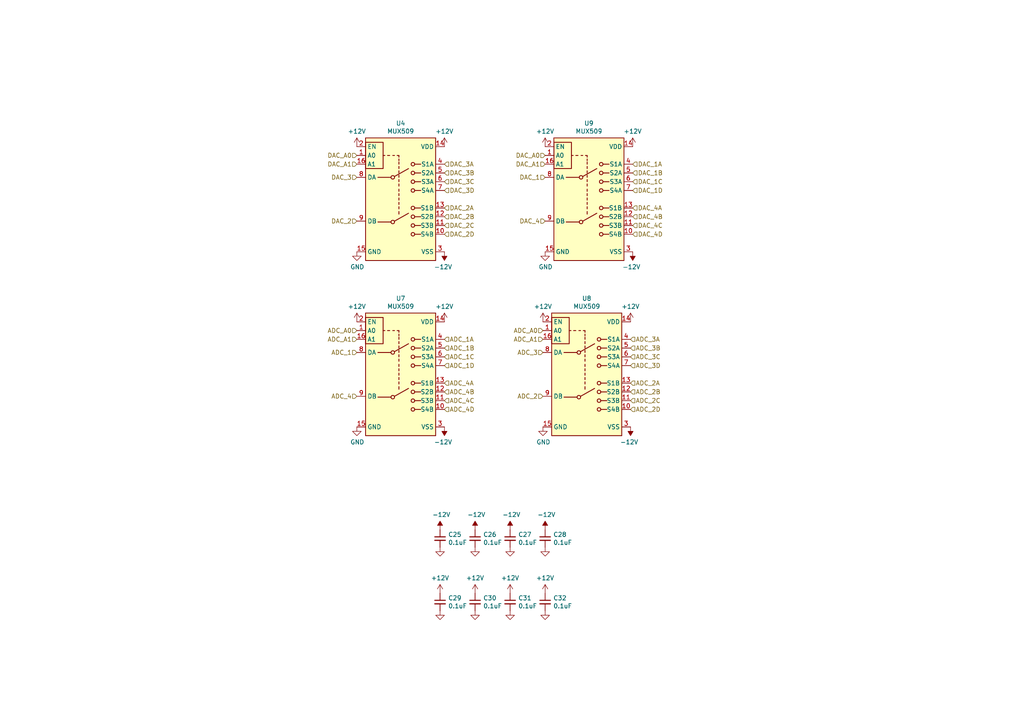
<source format=kicad_sch>
(kicad_sch (version 20211123) (generator eeschema)
  (paper "A4")
  (title_block (title "Hubble Motherboard") (date "2021-11-20") (rev "v2") (company "Winterbloom") (comment 1 "Alethea Flowers") (comment 2 "CERN-OHL-P V2") (comment 3 "hubble.wntr.dev"))
  (lib_symbols
    (symbol "Device:C_Small" (pin_numbers hide) (pin_names (offset 0.254) hide)
      (property "Reference" "C" (at 0.254 1.778 0))
      (property "Value" "C_Small" (at 0.254 -2.032 0))
      (symbol "C_Small_0_1"
        (polyline (pts (xy -1.524 -0.508) (xy 1.524 -0.508)) (stroke (width 0.3302)))
        (polyline (pts (xy -1.524 0.508) (xy 1.524 0.508)) (stroke (width 0.3048)))
      )
      (symbol "C_Small_1_1"
        (pin passive line (at 0 2.54 270) (length 2.032) (name "~") (number "1"))
        (pin passive line (at 0 -2.54 90) (length 2.032) (name "~") (number "2"))
      )
    )
    (symbol "power:+12V" (power) (pin_names (offset 0))
      (property "Value" "+12V" (at 0 3.556 0))
      (symbol "+12V_0_1"
        (polyline (pts (xy -0.762 1.27) (xy 0 2.54)))
        (polyline (pts (xy 0 0) (xy 0 2.54)))
        (polyline (pts (xy 0 2.54) (xy 0.762 1.27)))
      )
      (symbol "+12V_1_1"
        (pin power_in line (at 0 0 90) (length 0) hide (name "+12V") (number "1"))
      )
    )
    (symbol "power:-12V" (power) (pin_names (offset 0))
      (property "Value" "-12V" (at 0 3.81 0))
      (symbol "-12V_0_0"
        (pin power_in line (at 0 0 90) (length 0) hide (name "-12V") (number "1"))
      )
      (symbol "-12V_0_1"
        (polyline (pts (xy 0 0) (xy 0 1.27) (xy 0.762 1.27) (xy 0 2.54) (xy -0.762 1.27) (xy 0 1.27)) (fill (type outline)))
      )
    )
    (symbol "power:GND" (power) (pin_names (offset 0))
      (property "Value" "GND" (at 0 -3.81 0))
      (symbol "GND_0_1"
        (polyline (pts (xy 0 0) (xy 0 -1.27) (xy 1.27 -1.27) (xy 0 -2.54) (xy -1.27 -1.27) (xy 0 -1.27)))
      )
      (symbol "GND_1_1"
        (pin power_in line (at 0 0 270) (length 0) hide (name "GND") (number "1"))
      )
    )
    (symbol "winterbloom:MUX509"
      (property "Reference" "U" (at -10.16 19.05 0))
      (property "Value" "MUX509" (at 0 19.05 0))
      (symbol "MUX509_0_1"
        (rectangle (start -10.16 16.51) (end -5.08 8.89) (stroke (width 0.254)))
        (rectangle (start -10.16 17.78) (end 10.16 -17.78) (stroke (width 0.254)) (fill (type background)))
        (circle (center -2.286 -6.604) (radius 0.508) (stroke (width 0.254)))
        (circle (center -2.286 6.35) (radius 0.508) (stroke (width 0.254)))
        (polyline (pts (xy -4.572 12.7) (xy -5.08 12.7)) (stroke (width 0.254)))
        (polyline (pts (xy -3.81 12.7) (xy -3.175 12.7)) (stroke (width 0.254)))
        (polyline (pts (xy -2.921 6.35) (xy -6.604 6.35)) (stroke (width 0.254)))
        (polyline (pts (xy -2.794 -6.604) (xy -6.604 -6.604)) (stroke (width 0.254)))
        (polyline (pts (xy -1.778 -6.35) (xy 2.286 -4.064)) (stroke (width 0.254)))
        (polyline (pts (xy -1.778 6.604) (xy 2.286 8.89)) (stroke (width 0.254)))
        (polyline (pts (xy -1.778 12.7) (xy -2.286 12.7)) (stroke (width 0.254)))
        (polyline (pts (xy -0.508 -3.556) (xy -0.508 -4.318)) (stroke (width 0.254)))
        (polyline (pts (xy -0.508 -2.794) (xy -0.508 -2.159)) (stroke (width 0.254)))
        (polyline (pts (xy -0.508 -1.524) (xy -0.508 -0.889)) (stroke (width 0.254)))
        (polyline (pts (xy -0.508 -0.254) (xy -0.508 0.381)) (stroke (width 0.254)))
        (polyline (pts (xy -0.508 1.016) (xy -0.508 1.651)) (stroke (width 0.254)))
        (polyline (pts (xy -0.508 2.286) (xy -0.508 2.921)) (stroke (width 0.254)))
        (polyline (pts (xy -0.508 3.81) (xy -0.508 4.445)) (stroke (width 0.254)))
        (polyline (pts (xy -0.508 5.08) (xy -0.508 5.715)) (stroke (width 0.254)))
        (polyline (pts (xy -0.508 6.35) (xy -0.508 6.985)) (stroke (width 0.254)))
        (polyline (pts (xy -0.508 7.62) (xy -0.508 8.255)) (stroke (width 0.254)))
        (polyline (pts (xy -0.508 8.89) (xy -0.508 9.525)) (stroke (width 0.254)))
        (polyline (pts (xy -0.508 10.16) (xy -0.508 10.795)) (stroke (width 0.254)))
        (polyline (pts (xy -0.508 11.176) (xy -0.508 11.684)) (stroke (width 0.254)))
        (polyline (pts (xy -0.508 12.192) (xy -0.508 12.7)) (stroke (width 0.254)))
        (polyline (pts (xy -0.508 12.7) (xy -1.016 12.7)) (stroke (width 0.254)))
        (polyline (pts (xy 4.064 -10.16) (xy 5.842 -10.16)) (stroke (width 0.254)))
        (polyline (pts (xy 4.064 -7.62) (xy 5.842 -7.62)) (stroke (width 0.254)))
        (polyline (pts (xy 4.064 -5.08) (xy 5.842 -5.08)) (stroke (width 0.254)))
        (polyline (pts (xy 4.064 -2.54) (xy 5.842 -2.54)) (stroke (width 0.254)))
        (polyline (pts (xy 4.064 2.54) (xy 5.842 2.54)) (stroke (width 0.254)))
        (polyline (pts (xy 4.064 5.08) (xy 5.842 5.08)) (stroke (width 0.254)))
        (polyline (pts (xy 4.064 7.62) (xy 5.842 7.62)) (stroke (width 0.254)))
        (polyline (pts (xy 4.064 10.16) (xy 5.842 10.16)) (stroke (width 0.254)))
        (circle (center 3.556 -10.16) (radius 0.508) (stroke (width 0.254)))
        (circle (center 3.556 -7.62) (radius 0.508) (stroke (width 0.254)))
        (circle (center 3.556 -5.08) (radius 0.508) (stroke (width 0.254)))
        (circle (center 3.556 -2.54) (radius 0.508) (stroke (width 0.254)))
        (circle (center 3.556 2.54) (radius 0.508) (stroke (width 0.254)))
        (circle (center 3.556 5.08) (radius 0.508) (stroke (width 0.254)))
        (circle (center 3.556 7.62) (radius 0.508) (stroke (width 0.254)))
        (circle (center 3.556 10.16) (radius 0.508) (stroke (width 0.254)))
      )
      (symbol "MUX509_1_1"
        (pin input line (at -12.7 12.7 0) (length 2.54) (name "A0") (number "1"))
        (pin bidirectional line (at 12.7 -10.16 180) (length 2.54) (name "S4B") (number "10"))
        (pin bidirectional line (at 12.7 -7.62 180) (length 2.54) (name "S3B") (number "11"))
        (pin bidirectional line (at 12.7 -5.08 180) (length 2.54) (name "S2B") (number "12"))
        (pin bidirectional line (at 12.7 -2.54 180) (length 2.54) (name "S1B") (number "13"))
        (pin power_in line (at 12.7 15.24 180) (length 2.54) (name "VDD") (number "14"))
        (pin power_in line (at -12.7 -15.24 0) (length 2.54) (name "GND") (number "15"))
        (pin input line (at -12.7 10.16 0) (length 2.54) (name "A1") (number "16"))
        (pin input line (at -12.7 15.24 0) (length 2.54) (name "EN") (number "2"))
        (pin power_in line (at 12.7 -15.24 180) (length 2.54) (name "VSS") (number "3"))
        (pin bidirectional line (at 12.7 10.16 180) (length 2.54) (name "S1A") (number "4"))
        (pin bidirectional line (at 12.7 7.62 180) (length 2.54) (name "S2A") (number "5"))
        (pin bidirectional line (at 12.7 5.08 180) (length 2.54) (name "S3A") (number "6"))
        (pin bidirectional line (at 12.7 2.54 180) (length 2.54) (name "S4A") (number "7"))
        (pin bidirectional line (at -12.7 6.35 0) (length 2.54) (name "DA") (number "8"))
        (pin bidirectional line (at -12.7 -6.35 0) (length 2.54) (name "DB") (number "9"))
      )
    )
  )
  (hierarchical_label "DAC_A1" (shape input) (at 103.505 47.625 180))
  (hierarchical_label "DAC_1D" (shape input) (at 183.515 55.245 0))
  (hierarchical_label "DAC_4C" (shape input) (at 183.515 65.405 0))
  (hierarchical_label "DAC_2B" (shape input) (at 128.905 62.865 0))
  (hierarchical_label "ADC_3D" (shape input) (at 182.88 106.045 0))
  (hierarchical_label "ADC_1" (shape input) (at 103.505 102.235 180))
  (hierarchical_label "DAC_1A" (shape input) (at 183.515 47.625 0))
  (hierarchical_label "ADC_3C" (shape input) (at 182.88 103.505 0))
  (hierarchical_label "DAC_3C" (shape input) (at 128.905 52.705 0))
  (hierarchical_label "DAC_A1" (shape input) (at 158.115 47.625 180))
  (hierarchical_label "ADC_2C" (shape input) (at 182.88 116.205 0))
  (hierarchical_label "ADC_4" (shape input) (at 103.505 114.935 180))
  (hierarchical_label "DAC_1B" (shape input) (at 183.515 50.165 0))
  (hierarchical_label "DAC_4A" (shape input) (at 183.515 60.325 0))
  (hierarchical_label "ADC_4D" (shape input) (at 128.905 118.745 0))
  (hierarchical_label "ADC_A1" (shape input) (at 157.48 98.425 180))
  (hierarchical_label "ADC_A0" (shape input) (at 157.48 95.885 180))
  (hierarchical_label "ADC_2B" (shape input) (at 182.88 113.665 0))
  (hierarchical_label "DAC_4B" (shape input) (at 183.515 62.865 0))
  (hierarchical_label "DAC_1" (shape input) (at 158.115 51.435 180))
  (hierarchical_label "DAC_A0" (shape input) (at 158.115 45.085 180))
  (hierarchical_label "ADC_1B" (shape input) (at 128.905 100.965 0))
  (hierarchical_label "DAC_A0" (shape input) (at 103.505 45.085 180))
  (hierarchical_label "DAC_3" (shape input) (at 103.505 51.435 180))
  (hierarchical_label "ADC_2" (shape input) (at 157.48 114.935 180))
  (hierarchical_label "ADC_1A" (shape input) (at 128.905 98.425 0))
  (hierarchical_label "DAC_4D" (shape input) (at 183.515 67.945 0))
  (hierarchical_label "ADC_4C" (shape input) (at 128.905 116.205 0))
  (hierarchical_label "ADC_3A" (shape input) (at 182.88 98.425 0))
  (hierarchical_label "DAC_2A" (shape input) (at 128.905 60.325 0))
  (hierarchical_label "DAC_2D" (shape input) (at 128.905 67.945 0))
  (hierarchical_label "ADC_2D" (shape input) (at 182.88 118.745 0))
  (hierarchical_label "DAC_3B" (shape input) (at 128.905 50.165 0))
  (hierarchical_label "ADC_4A" (shape input) (at 128.905 111.125 0))
  (hierarchical_label "ADC_A0" (shape input) (at 103.505 95.885 180))
  (hierarchical_label "ADC_4B" (shape input) (at 128.905 113.665 0))
  (hierarchical_label "DAC_4" (shape input) (at 158.115 64.135 180))
  (hierarchical_label "DAC_2C" (shape input) (at 128.905 65.405 0))
  (hierarchical_label "DAC_3D" (shape input) (at 128.905 55.245 0))
  (hierarchical_label "DAC_3A" (shape input) (at 128.905 47.625 0))
  (hierarchical_label "ADC_1D" (shape input) (at 128.905 106.045 0))
  (hierarchical_label "ADC_3" (shape input) (at 157.48 102.235 180))
  (hierarchical_label "ADC_2A" (shape input) (at 182.88 111.125 0))
  (hierarchical_label "ADC_3B" (shape input) (at 182.88 100.965 0))
  (hierarchical_label "DAC_2" (shape input) (at 103.505 64.135 180))
  (hierarchical_label "ADC_1C" (shape input) (at 128.905 103.505 0))
  (hierarchical_label "DAC_1C" (shape input) (at 183.515 52.705 0))
  (hierarchical_label "ADC_A1" (shape input) (at 103.505 98.425 180))
  (symbol (lib_id "power:GND") (at 103.505 73.025 0)
    (property "Reference" "#PWR0182" (effects hide))
    (property "Value" "GND" (at 103.632 77.4192 0))
  )
  (symbol (lib_id "winterbloom:MUX509") (at 116.205 57.785 0)
    (property "Reference" "U4" (at 116.205 35.7632 0))
    (property "Value" "MUX509" (at 116.205 38.0746 0))
    (property "Footprint" "Package_SO:TSSOP-16_4.4x5mm_P0.65mm" (effects hide))
    (property "Datasheet" "https://www.ti.com/lit/ds/symlink/mux509.pdf" (effects hide))
  )
  (symbol (lib_id "power:-12V") (at 128.905 73.025 180)
    (property "Reference" "#PWR0183" (effects hide))
    (property "Value" "-12V" (at 128.524 77.4192 0))
  )
  (symbol (lib_id "power:+12V") (at 128.905 42.545 0)
    (property "Reference" "#PWR0184" (effects hide))
    (property "Value" "+12V" (at 128.905 38.1 0))
  )
  (symbol (lib_id "power:+12V") (at 103.505 42.545 0)
    (property "Reference" "#PWR0185" (effects hide))
    (property "Value" "+12V" (at 103.505 38.1 0))
  )
  (symbol (lib_id "power:GND") (at 158.115 73.025 0)
    (property "Reference" "#PWR0186" (effects hide))
    (property "Value" "GND" (at 158.242 77.4192 0))
  )
  (symbol (lib_id "winterbloom:MUX509") (at 170.815 57.785 0)
    (property "Reference" "U9" (at 170.815 35.7632 0))
    (property "Value" "MUX509" (at 170.815 38.0746 0))
    (property "Footprint" "Package_SO:TSSOP-16_4.4x5mm_P0.65mm" (effects hide))
    (property "Datasheet" "https://www.ti.com/lit/ds/symlink/mux509.pdf" (effects hide))
  )
  (symbol (lib_id "power:-12V") (at 183.515 73.025 180)
    (property "Reference" "#PWR0187" (effects hide))
    (property "Value" "-12V" (at 183.134 77.4192 0))
  )
  (symbol (lib_id "power:+12V") (at 183.515 42.545 0)
    (property "Reference" "#PWR0188" (effects hide))
    (property "Value" "+12V" (at 183.515 38.1 0))
  )
  (symbol (lib_id "power:+12V") (at 158.115 42.545 0)
    (property "Reference" "#PWR0189" (effects hide))
    (property "Value" "+12V" (at 158.115 38.1 0))
  )
  (symbol (lib_id "power:-12V") (at 128.905 123.825 180)
    (property "Reference" "#PWR0190" (effects hide))
    (property "Value" "-12V" (at 128.524 128.2192 0))
  )
  (symbol (lib_id "power:+12V") (at 128.905 93.345 0)
    (property "Reference" "#PWR0191" (effects hide))
    (property "Value" "+12V" (at 128.905 88.9 0))
  )
  (symbol (lib_id "power:GND") (at 103.505 123.825 0)
    (property "Reference" "#PWR0192" (effects hide))
    (property "Value" "GND" (at 103.632 128.2192 0))
  )
  (symbol (lib_id "power:+12V") (at 103.505 93.345 0)
    (property "Reference" "#PWR0193" (effects hide))
    (property "Value" "+12V" (at 103.505 88.9 0))
  )
  (symbol (lib_id "power:-12V") (at 182.88 123.825 180)
    (property "Reference" "#PWR0194" (effects hide))
    (property "Value" "-12V" (at 182.499 128.2192 0))
  )
  (symbol (lib_id "power:+12V") (at 182.88 93.345 0)
    (property "Reference" "#PWR0195" (effects hide))
    (property "Value" "+12V" (at 182.88 88.9 0))
  )
  (symbol (lib_id "power:GND") (at 157.48 123.825 0)
    (property "Reference" "#PWR0196" (effects hide))
    (property "Value" "GND" (at 157.607 128.2192 0))
  )
  (symbol (lib_id "power:+12V") (at 157.48 93.345 0)
    (property "Reference" "#PWR0197" (effects hide))
    (property "Value" "+12V" (at 157.48 88.9 0))
  )
  (symbol (lib_id "winterbloom:MUX509") (at 116.205 108.585 0)
    (property "Reference" "U7" (at 116.205 86.5632 0))
    (property "Value" "MUX509" (at 116.205 88.8746 0))
    (property "Footprint" "Package_SO:TSSOP-16_4.4x5mm_P0.65mm" (effects hide))
    (property "Datasheet" "https://www.ti.com/lit/ds/symlink/mux509.pdf" (effects hide))
  )
  (symbol (lib_id "winterbloom:MUX509") (at 170.18 108.585 0)
    (property "Reference" "U8" (at 170.18 86.5632 0))
    (property "Value" "MUX509" (at 170.18 88.8746 0))
    (property "Footprint" "Package_SO:TSSOP-16_4.4x5mm_P0.65mm" (effects hide))
    (property "Datasheet" "https://www.ti.com/lit/ds/symlink/mux509.pdf" (effects hide))
  )
  (symbol (lib_id "power:GND") (at 127.635 158.75 0)
    (property "Reference" "#PWR0114" (effects hide))
    (property "Value" "GND" (effects hide))
  )
  (symbol (lib_id "Device:C_Small") (at 127.635 156.21 0)
    (property "Reference" "C25" (at 129.9718 155.0416 0) (effects (justify left)))
    (property "Value" "0.1uF" (at 129.9718 157.353 0) (effects (justify left)))
    (property "Footprint" "Capacitor_SMD:C_0603_1608Metric_Pad1.08x0.95mm_HandSolder" (effects hide))
  )
  (symbol (lib_id "power:GND") (at 137.795 158.75 0)
    (property "Reference" "#PWR0140" (effects hide))
    (property "Value" "GND" (effects hide))
  )
  (symbol (lib_id "Device:C_Small") (at 137.795 156.21 0)
    (property "Reference" "C26" (at 140.1318 155.0416 0) (effects (justify left)))
    (property "Value" "0.1uF" (at 140.1318 157.353 0) (effects (justify left)))
    (property "Footprint" "Capacitor_SMD:C_0603_1608Metric_Pad1.08x0.95mm_HandSolder" (effects hide))
  )
  (symbol (lib_id "power:GND") (at 147.955 158.75 0)
    (property "Reference" "#PWR0142" (effects hide))
    (property "Value" "GND" (effects hide))
  )
  (symbol (lib_id "Device:C_Small") (at 147.955 156.21 0)
    (property "Reference" "C27" (at 150.2918 155.0416 0) (effects (justify left)))
    (property "Value" "0.1uF" (at 150.2918 157.353 0) (effects (justify left)))
    (property "Footprint" "Capacitor_SMD:C_0603_1608Metric_Pad1.08x0.95mm_HandSolder" (effects hide))
  )
  (symbol (lib_id "power:GND") (at 158.115 158.75 0)
    (property "Reference" "#PWR0144" (effects hide))
    (property "Value" "GND" (effects hide))
  )
  (symbol (lib_id "Device:C_Small") (at 158.115 156.21 0)
    (property "Reference" "C28" (at 160.4518 155.0416 0) (effects (justify left)))
    (property "Value" "0.1uF" (at 160.4518 157.353 0) (effects (justify left)))
    (property "Footprint" "Capacitor_SMD:C_0603_1608Metric_Pad1.08x0.95mm_HandSolder" (effects hide))
  )
  (symbol (lib_id "power:GND") (at 127.635 177.165 0)
    (property "Reference" "#PWR0113" (effects hide))
    (property "Value" "GND" (effects hide))
  )
  (symbol (lib_id "Device:C_Small") (at 127.635 174.625 0)
    (property "Reference" "C29" (at 129.9718 173.4566 0) (effects (justify left)))
    (property "Value" "0.1uF" (at 129.9718 175.768 0) (effects (justify left)))
    (property "Footprint" "Capacitor_SMD:C_0603_1608Metric_Pad1.08x0.95mm_HandSolder" (effects hide))
  )
  (symbol (lib_id "power:GND") (at 137.795 177.165 0)
    (property "Reference" "#PWR0139" (effects hide))
    (property "Value" "GND" (effects hide))
  )
  (symbol (lib_id "Device:C_Small") (at 137.795 174.625 0)
    (property "Reference" "C30" (at 140.1318 173.4566 0) (effects (justify left)))
    (property "Value" "0.1uF" (at 140.1318 175.768 0) (effects (justify left)))
    (property "Footprint" "Capacitor_SMD:C_0603_1608Metric_Pad1.08x0.95mm_HandSolder" (effects hide))
  )
  (symbol (lib_id "power:GND") (at 147.955 177.165 0)
    (property "Reference" "#PWR0141" (effects hide))
    (property "Value" "GND" (effects hide))
  )
  (symbol (lib_id "Device:C_Small") (at 147.955 174.625 0)
    (property "Reference" "C31" (at 150.2918 173.4566 0) (effects (justify left)))
    (property "Value" "0.1uF" (at 150.2918 175.768 0) (effects (justify left)))
    (property "Footprint" "Capacitor_SMD:C_0603_1608Metric_Pad1.08x0.95mm_HandSolder" (effects hide))
  )
  (symbol (lib_id "power:GND") (at 158.115 177.165 0)
    (property "Reference" "#PWR0143" (effects hide))
    (property "Value" "GND" (effects hide))
  )
  (symbol (lib_id "Device:C_Small") (at 158.115 174.625 0)
    (property "Reference" "C32" (at 160.4518 173.4566 0) (effects (justify left)))
    (property "Value" "0.1uF" (at 160.4518 175.768 0) (effects (justify left)))
    (property "Footprint" "Capacitor_SMD:C_0603_1608Metric_Pad1.08x0.95mm_HandSolder" (effects hide))
  )
  (symbol (lib_id "power:-12V") (at 127.635 153.67 0)
    (property "Reference" "#PWR0145" (effects hide))
    (property "Value" "-12V" (at 128.016 149.2758 0))
  )
  (symbol (lib_id "power:-12V") (at 137.795 153.67 0)
    (property "Reference" "#PWR0146" (effects hide))
    (property "Value" "-12V" (at 138.176 149.2758 0))
  )
  (symbol (lib_id "power:-12V") (at 147.955 153.67 0)
    (property "Reference" "#PWR0147" (effects hide))
    (property "Value" "-12V" (at 148.336 149.2758 0))
  )
  (symbol (lib_id "power:-12V") (at 158.115 153.67 0)
    (property "Reference" "#PWR0148" (effects hide))
    (property "Value" "-12V" (at 158.496 149.2758 0))
  )
  (symbol (lib_id "power:+12V") (at 127.635 172.085 0)
    (property "Reference" "#PWR0198" (effects hide))
    (property "Value" "+12V" (at 127.635 167.64 0))
  )
  (symbol (lib_id "power:+12V") (at 137.795 172.085 0)
    (property "Reference" "#PWR0199" (effects hide))
    (property "Value" "+12V" (at 137.795 167.64 0))
  )
  (symbol (lib_id "power:+12V") (at 147.955 172.085 0)
    (property "Reference" "#PWR0200" (effects hide))
    (property "Value" "+12V" (at 147.955 167.64 0))
  )
  (symbol (lib_id "power:+12V") (at 158.115 172.085 0)
    (property "Reference" "#PWR0201" (effects hide))
    (property "Value" "+12V" (at 158.115 167.64 0))
  )
)
</source>
